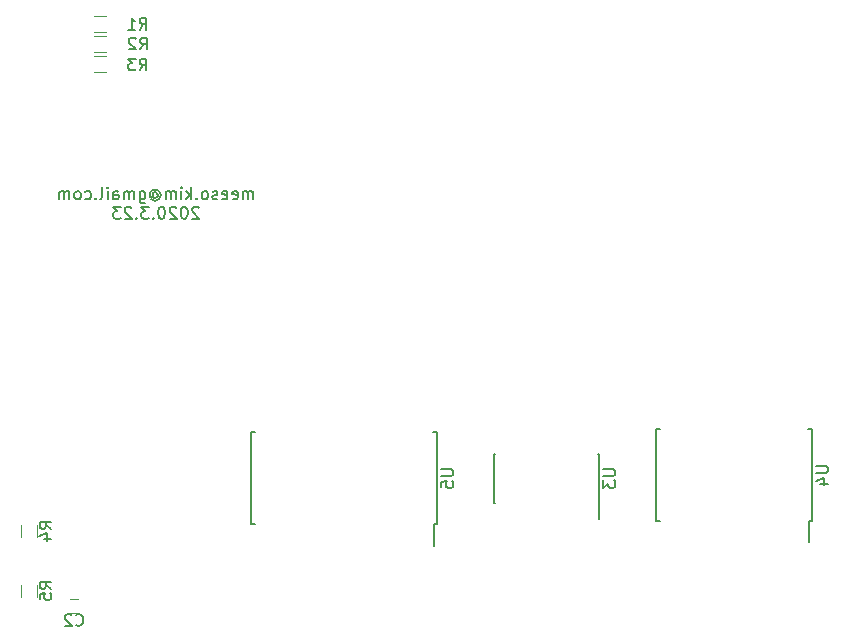
<source format=gbr>
G04 #@! TF.GenerationSoftware,KiCad,Pcbnew,5.1.5+dfsg1-2*
G04 #@! TF.CreationDate,2020-04-06T16:56:46-07:00*
G04 #@! TF.ProjectId,rpmpv1,72706d70-7631-42e6-9b69-6361645f7063,rev?*
G04 #@! TF.SameCoordinates,Original*
G04 #@! TF.FileFunction,Legend,Bot*
G04 #@! TF.FilePolarity,Positive*
%FSLAX46Y46*%
G04 Gerber Fmt 4.6, Leading zero omitted, Abs format (unit mm)*
G04 Created by KiCad (PCBNEW 5.1.5+dfsg1-2) date 2020-04-06 16:56:46*
%MOMM*%
%LPD*%
G04 APERTURE LIST*
%ADD10C,0.150000*%
%ADD11C,0.120000*%
G04 APERTURE END LIST*
D10*
X134520476Y-67177380D02*
X134520476Y-66510714D01*
X134520476Y-66605952D02*
X134472857Y-66558333D01*
X134377619Y-66510714D01*
X134234761Y-66510714D01*
X134139523Y-66558333D01*
X134091904Y-66653571D01*
X134091904Y-67177380D01*
X134091904Y-66653571D02*
X134044285Y-66558333D01*
X133949047Y-66510714D01*
X133806190Y-66510714D01*
X133710952Y-66558333D01*
X133663333Y-66653571D01*
X133663333Y-67177380D01*
X132806190Y-67129761D02*
X132901428Y-67177380D01*
X133091904Y-67177380D01*
X133187142Y-67129761D01*
X133234761Y-67034523D01*
X133234761Y-66653571D01*
X133187142Y-66558333D01*
X133091904Y-66510714D01*
X132901428Y-66510714D01*
X132806190Y-66558333D01*
X132758571Y-66653571D01*
X132758571Y-66748809D01*
X133234761Y-66844047D01*
X131949047Y-67129761D02*
X132044285Y-67177380D01*
X132234761Y-67177380D01*
X132330000Y-67129761D01*
X132377619Y-67034523D01*
X132377619Y-66653571D01*
X132330000Y-66558333D01*
X132234761Y-66510714D01*
X132044285Y-66510714D01*
X131949047Y-66558333D01*
X131901428Y-66653571D01*
X131901428Y-66748809D01*
X132377619Y-66844047D01*
X131520476Y-67129761D02*
X131425238Y-67177380D01*
X131234761Y-67177380D01*
X131139523Y-67129761D01*
X131091904Y-67034523D01*
X131091904Y-66986904D01*
X131139523Y-66891666D01*
X131234761Y-66844047D01*
X131377619Y-66844047D01*
X131472857Y-66796428D01*
X131520476Y-66701190D01*
X131520476Y-66653571D01*
X131472857Y-66558333D01*
X131377619Y-66510714D01*
X131234761Y-66510714D01*
X131139523Y-66558333D01*
X130520476Y-67177380D02*
X130615714Y-67129761D01*
X130663333Y-67082142D01*
X130710952Y-66986904D01*
X130710952Y-66701190D01*
X130663333Y-66605952D01*
X130615714Y-66558333D01*
X130520476Y-66510714D01*
X130377619Y-66510714D01*
X130282380Y-66558333D01*
X130234761Y-66605952D01*
X130187142Y-66701190D01*
X130187142Y-66986904D01*
X130234761Y-67082142D01*
X130282380Y-67129761D01*
X130377619Y-67177380D01*
X130520476Y-67177380D01*
X129758571Y-67082142D02*
X129710952Y-67129761D01*
X129758571Y-67177380D01*
X129806190Y-67129761D01*
X129758571Y-67082142D01*
X129758571Y-67177380D01*
X129282380Y-67177380D02*
X129282380Y-66177380D01*
X129187142Y-66796428D02*
X128901428Y-67177380D01*
X128901428Y-66510714D02*
X129282380Y-66891666D01*
X128472857Y-67177380D02*
X128472857Y-66510714D01*
X128472857Y-66177380D02*
X128520476Y-66225000D01*
X128472857Y-66272619D01*
X128425238Y-66225000D01*
X128472857Y-66177380D01*
X128472857Y-66272619D01*
X127996666Y-67177380D02*
X127996666Y-66510714D01*
X127996666Y-66605952D02*
X127949047Y-66558333D01*
X127853809Y-66510714D01*
X127710952Y-66510714D01*
X127615714Y-66558333D01*
X127568095Y-66653571D01*
X127568095Y-67177380D01*
X127568095Y-66653571D02*
X127520476Y-66558333D01*
X127425238Y-66510714D01*
X127282380Y-66510714D01*
X127187142Y-66558333D01*
X127139523Y-66653571D01*
X127139523Y-67177380D01*
X126044285Y-66701190D02*
X126091904Y-66653571D01*
X126187142Y-66605952D01*
X126282380Y-66605952D01*
X126377619Y-66653571D01*
X126425238Y-66701190D01*
X126472857Y-66796428D01*
X126472857Y-66891666D01*
X126425238Y-66986904D01*
X126377619Y-67034523D01*
X126282380Y-67082142D01*
X126187142Y-67082142D01*
X126091904Y-67034523D01*
X126044285Y-66986904D01*
X126044285Y-66605952D02*
X126044285Y-66986904D01*
X125996666Y-67034523D01*
X125949047Y-67034523D01*
X125853809Y-66986904D01*
X125806190Y-66891666D01*
X125806190Y-66653571D01*
X125901428Y-66510714D01*
X126044285Y-66415476D01*
X126234761Y-66367857D01*
X126425238Y-66415476D01*
X126568095Y-66510714D01*
X126663333Y-66653571D01*
X126710952Y-66844047D01*
X126663333Y-67034523D01*
X126568095Y-67177380D01*
X126425238Y-67272619D01*
X126234761Y-67320238D01*
X126044285Y-67272619D01*
X125901428Y-67177380D01*
X124949047Y-66510714D02*
X124949047Y-67320238D01*
X124996666Y-67415476D01*
X125044285Y-67463095D01*
X125139523Y-67510714D01*
X125282380Y-67510714D01*
X125377619Y-67463095D01*
X124949047Y-67129761D02*
X125044285Y-67177380D01*
X125234761Y-67177380D01*
X125330000Y-67129761D01*
X125377619Y-67082142D01*
X125425238Y-66986904D01*
X125425238Y-66701190D01*
X125377619Y-66605952D01*
X125330000Y-66558333D01*
X125234761Y-66510714D01*
X125044285Y-66510714D01*
X124949047Y-66558333D01*
X124472857Y-67177380D02*
X124472857Y-66510714D01*
X124472857Y-66605952D02*
X124425238Y-66558333D01*
X124330000Y-66510714D01*
X124187142Y-66510714D01*
X124091904Y-66558333D01*
X124044285Y-66653571D01*
X124044285Y-67177380D01*
X124044285Y-66653571D02*
X123996666Y-66558333D01*
X123901428Y-66510714D01*
X123758571Y-66510714D01*
X123663333Y-66558333D01*
X123615714Y-66653571D01*
X123615714Y-67177380D01*
X122710952Y-67177380D02*
X122710952Y-66653571D01*
X122758571Y-66558333D01*
X122853809Y-66510714D01*
X123044285Y-66510714D01*
X123139523Y-66558333D01*
X122710952Y-67129761D02*
X122806190Y-67177380D01*
X123044285Y-67177380D01*
X123139523Y-67129761D01*
X123187142Y-67034523D01*
X123187142Y-66939285D01*
X123139523Y-66844047D01*
X123044285Y-66796428D01*
X122806190Y-66796428D01*
X122710952Y-66748809D01*
X122234761Y-67177380D02*
X122234761Y-66510714D01*
X122234761Y-66177380D02*
X122282380Y-66225000D01*
X122234761Y-66272619D01*
X122187142Y-66225000D01*
X122234761Y-66177380D01*
X122234761Y-66272619D01*
X121615714Y-67177380D02*
X121710952Y-67129761D01*
X121758571Y-67034523D01*
X121758571Y-66177380D01*
X121234761Y-67082142D02*
X121187142Y-67129761D01*
X121234761Y-67177380D01*
X121282380Y-67129761D01*
X121234761Y-67082142D01*
X121234761Y-67177380D01*
X120330000Y-67129761D02*
X120425238Y-67177380D01*
X120615714Y-67177380D01*
X120710952Y-67129761D01*
X120758571Y-67082142D01*
X120806190Y-66986904D01*
X120806190Y-66701190D01*
X120758571Y-66605952D01*
X120710952Y-66558333D01*
X120615714Y-66510714D01*
X120425238Y-66510714D01*
X120330000Y-66558333D01*
X119758571Y-67177380D02*
X119853809Y-67129761D01*
X119901428Y-67082142D01*
X119949047Y-66986904D01*
X119949047Y-66701190D01*
X119901428Y-66605952D01*
X119853809Y-66558333D01*
X119758571Y-66510714D01*
X119615714Y-66510714D01*
X119520476Y-66558333D01*
X119472857Y-66605952D01*
X119425238Y-66701190D01*
X119425238Y-66986904D01*
X119472857Y-67082142D01*
X119520476Y-67129761D01*
X119615714Y-67177380D01*
X119758571Y-67177380D01*
X118996666Y-67177380D02*
X118996666Y-66510714D01*
X118996666Y-66605952D02*
X118949047Y-66558333D01*
X118853809Y-66510714D01*
X118710952Y-66510714D01*
X118615714Y-66558333D01*
X118568095Y-66653571D01*
X118568095Y-67177380D01*
X118568095Y-66653571D02*
X118520476Y-66558333D01*
X118425238Y-66510714D01*
X118282380Y-66510714D01*
X118187142Y-66558333D01*
X118139523Y-66653571D01*
X118139523Y-67177380D01*
X129949047Y-67922619D02*
X129901428Y-67875000D01*
X129806190Y-67827380D01*
X129568095Y-67827380D01*
X129472857Y-67875000D01*
X129425238Y-67922619D01*
X129377619Y-68017857D01*
X129377619Y-68113095D01*
X129425238Y-68255952D01*
X129996666Y-68827380D01*
X129377619Y-68827380D01*
X128758571Y-67827380D02*
X128663333Y-67827380D01*
X128568095Y-67875000D01*
X128520476Y-67922619D01*
X128472857Y-68017857D01*
X128425238Y-68208333D01*
X128425238Y-68446428D01*
X128472857Y-68636904D01*
X128520476Y-68732142D01*
X128568095Y-68779761D01*
X128663333Y-68827380D01*
X128758571Y-68827380D01*
X128853809Y-68779761D01*
X128901428Y-68732142D01*
X128949047Y-68636904D01*
X128996666Y-68446428D01*
X128996666Y-68208333D01*
X128949047Y-68017857D01*
X128901428Y-67922619D01*
X128853809Y-67875000D01*
X128758571Y-67827380D01*
X128044285Y-67922619D02*
X127996666Y-67875000D01*
X127901428Y-67827380D01*
X127663333Y-67827380D01*
X127568095Y-67875000D01*
X127520476Y-67922619D01*
X127472857Y-68017857D01*
X127472857Y-68113095D01*
X127520476Y-68255952D01*
X128091904Y-68827380D01*
X127472857Y-68827380D01*
X126853809Y-67827380D02*
X126758571Y-67827380D01*
X126663333Y-67875000D01*
X126615714Y-67922619D01*
X126568095Y-68017857D01*
X126520476Y-68208333D01*
X126520476Y-68446428D01*
X126568095Y-68636904D01*
X126615714Y-68732142D01*
X126663333Y-68779761D01*
X126758571Y-68827380D01*
X126853809Y-68827380D01*
X126949047Y-68779761D01*
X126996666Y-68732142D01*
X127044285Y-68636904D01*
X127091904Y-68446428D01*
X127091904Y-68208333D01*
X127044285Y-68017857D01*
X126996666Y-67922619D01*
X126949047Y-67875000D01*
X126853809Y-67827380D01*
X126091904Y-68732142D02*
X126044285Y-68779761D01*
X126091904Y-68827380D01*
X126139523Y-68779761D01*
X126091904Y-68732142D01*
X126091904Y-68827380D01*
X125710952Y-67827380D02*
X125091904Y-67827380D01*
X125425238Y-68208333D01*
X125282380Y-68208333D01*
X125187142Y-68255952D01*
X125139523Y-68303571D01*
X125091904Y-68398809D01*
X125091904Y-68636904D01*
X125139523Y-68732142D01*
X125187142Y-68779761D01*
X125282380Y-68827380D01*
X125568095Y-68827380D01*
X125663333Y-68779761D01*
X125710952Y-68732142D01*
X124663333Y-68732142D02*
X124615714Y-68779761D01*
X124663333Y-68827380D01*
X124710952Y-68779761D01*
X124663333Y-68732142D01*
X124663333Y-68827380D01*
X124234761Y-67922619D02*
X124187142Y-67875000D01*
X124091904Y-67827380D01*
X123853809Y-67827380D01*
X123758571Y-67875000D01*
X123710952Y-67922619D01*
X123663333Y-68017857D01*
X123663333Y-68113095D01*
X123710952Y-68255952D01*
X124282380Y-68827380D01*
X123663333Y-68827380D01*
X123330000Y-67827380D02*
X122710952Y-67827380D01*
X123044285Y-68208333D01*
X122901428Y-68208333D01*
X122806190Y-68255952D01*
X122758571Y-68303571D01*
X122710952Y-68398809D01*
X122710952Y-68636904D01*
X122758571Y-68732142D01*
X122806190Y-68779761D01*
X122901428Y-68827380D01*
X123187142Y-68827380D01*
X123282380Y-68779761D01*
X123330000Y-68732142D01*
X150115000Y-94680000D02*
X149840000Y-94680000D01*
X150115000Y-86930000D02*
X149750000Y-86930000D01*
X134365000Y-86930000D02*
X134730000Y-86930000D01*
X134365000Y-94680000D02*
X134730000Y-94680000D01*
X150115000Y-94680000D02*
X150115000Y-86930000D01*
X134365000Y-94680000D02*
X134365000Y-86930000D01*
X149840000Y-94680000D02*
X149840000Y-96505000D01*
D11*
X122102000Y-55073000D02*
X121102000Y-55073000D01*
X121102000Y-56433000D02*
X122102000Y-56433000D01*
X114890000Y-99830000D02*
X114890000Y-100830000D01*
X116250000Y-100830000D02*
X116250000Y-99830000D01*
X122102000Y-51644000D02*
X121102000Y-51644000D01*
X121102000Y-53004000D02*
X122102000Y-53004000D01*
D10*
X163835000Y-92880000D02*
X163810000Y-92880000D01*
X163835000Y-88730000D02*
X163720000Y-88730000D01*
X154935000Y-88730000D02*
X155050000Y-88730000D01*
X154935000Y-92880000D02*
X155050000Y-92880000D01*
X163835000Y-92880000D02*
X163835000Y-88730000D01*
X154935000Y-92880000D02*
X154935000Y-88730000D01*
X163810000Y-92880000D02*
X163810000Y-94255000D01*
D11*
X114890000Y-94750000D02*
X114890000Y-95750000D01*
X116250000Y-95750000D02*
X116250000Y-94750000D01*
X122102000Y-53358500D02*
X121102000Y-53358500D01*
X121102000Y-54718500D02*
X122102000Y-54718500D01*
D10*
X181835000Y-94427000D02*
X181585000Y-94427000D01*
X181835000Y-86677000D02*
X181500000Y-86677000D01*
X168685000Y-86677000D02*
X169020000Y-86677000D01*
X168685000Y-94427000D02*
X169020000Y-94427000D01*
X181835000Y-94427000D02*
X181835000Y-86677000D01*
X168685000Y-94427000D02*
X168685000Y-86677000D01*
X181585000Y-94427000D02*
X181585000Y-96227000D01*
D11*
X119030000Y-102200000D02*
X119730000Y-102200000D01*
X119730000Y-101000000D02*
X119030000Y-101000000D01*
D10*
X150492380Y-90043095D02*
X151301904Y-90043095D01*
X151397142Y-90090714D01*
X151444761Y-90138333D01*
X151492380Y-90233571D01*
X151492380Y-90424047D01*
X151444761Y-90519285D01*
X151397142Y-90566904D01*
X151301904Y-90614523D01*
X150492380Y-90614523D01*
X150492380Y-91566904D02*
X150492380Y-91090714D01*
X150968571Y-91043095D01*
X150920952Y-91090714D01*
X150873333Y-91185952D01*
X150873333Y-91424047D01*
X150920952Y-91519285D01*
X150968571Y-91566904D01*
X151063809Y-91614523D01*
X151301904Y-91614523D01*
X151397142Y-91566904D01*
X151444761Y-91519285D01*
X151492380Y-91424047D01*
X151492380Y-91185952D01*
X151444761Y-91090714D01*
X151397142Y-91043095D01*
X124931466Y-56281580D02*
X125264800Y-55805390D01*
X125502895Y-56281580D02*
X125502895Y-55281580D01*
X125121942Y-55281580D01*
X125026704Y-55329200D01*
X124979085Y-55376819D01*
X124931466Y-55472057D01*
X124931466Y-55614914D01*
X124979085Y-55710152D01*
X125026704Y-55757771D01*
X125121942Y-55805390D01*
X125502895Y-55805390D01*
X124598133Y-55281580D02*
X123979085Y-55281580D01*
X124312419Y-55662533D01*
X124169561Y-55662533D01*
X124074323Y-55710152D01*
X124026704Y-55757771D01*
X123979085Y-55853009D01*
X123979085Y-56091104D01*
X124026704Y-56186342D01*
X124074323Y-56233961D01*
X124169561Y-56281580D01*
X124455276Y-56281580D01*
X124550514Y-56233961D01*
X124598133Y-56186342D01*
X117472380Y-100163333D02*
X116996190Y-99830000D01*
X117472380Y-99591904D02*
X116472380Y-99591904D01*
X116472380Y-99972857D01*
X116520000Y-100068095D01*
X116567619Y-100115714D01*
X116662857Y-100163333D01*
X116805714Y-100163333D01*
X116900952Y-100115714D01*
X116948571Y-100068095D01*
X116996190Y-99972857D01*
X116996190Y-99591904D01*
X116472380Y-101068095D02*
X116472380Y-100591904D01*
X116948571Y-100544285D01*
X116900952Y-100591904D01*
X116853333Y-100687142D01*
X116853333Y-100925238D01*
X116900952Y-101020476D01*
X116948571Y-101068095D01*
X117043809Y-101115714D01*
X117281904Y-101115714D01*
X117377142Y-101068095D01*
X117424761Y-101020476D01*
X117472380Y-100925238D01*
X117472380Y-100687142D01*
X117424761Y-100591904D01*
X117377142Y-100544285D01*
X124931466Y-52827180D02*
X125264800Y-52350990D01*
X125502895Y-52827180D02*
X125502895Y-51827180D01*
X125121942Y-51827180D01*
X125026704Y-51874800D01*
X124979085Y-51922419D01*
X124931466Y-52017657D01*
X124931466Y-52160514D01*
X124979085Y-52255752D01*
X125026704Y-52303371D01*
X125121942Y-52350990D01*
X125502895Y-52350990D01*
X123979085Y-52827180D02*
X124550514Y-52827180D01*
X124264800Y-52827180D02*
X124264800Y-51827180D01*
X124360038Y-51970038D01*
X124455276Y-52065276D01*
X124550514Y-52112895D01*
X164212380Y-90043095D02*
X165021904Y-90043095D01*
X165117142Y-90090714D01*
X165164761Y-90138333D01*
X165212380Y-90233571D01*
X165212380Y-90424047D01*
X165164761Y-90519285D01*
X165117142Y-90566904D01*
X165021904Y-90614523D01*
X164212380Y-90614523D01*
X164212380Y-90995476D02*
X164212380Y-91614523D01*
X164593333Y-91281190D01*
X164593333Y-91424047D01*
X164640952Y-91519285D01*
X164688571Y-91566904D01*
X164783809Y-91614523D01*
X165021904Y-91614523D01*
X165117142Y-91566904D01*
X165164761Y-91519285D01*
X165212380Y-91424047D01*
X165212380Y-91138333D01*
X165164761Y-91043095D01*
X165117142Y-90995476D01*
X117472380Y-95083333D02*
X116996190Y-94750000D01*
X117472380Y-94511904D02*
X116472380Y-94511904D01*
X116472380Y-94892857D01*
X116520000Y-94988095D01*
X116567619Y-95035714D01*
X116662857Y-95083333D01*
X116805714Y-95083333D01*
X116900952Y-95035714D01*
X116948571Y-94988095D01*
X116996190Y-94892857D01*
X116996190Y-94511904D01*
X116805714Y-95940476D02*
X117472380Y-95940476D01*
X116424761Y-95702380D02*
X117139047Y-95464285D01*
X117139047Y-96083333D01*
X124982266Y-54503580D02*
X125315600Y-54027390D01*
X125553695Y-54503580D02*
X125553695Y-53503580D01*
X125172742Y-53503580D01*
X125077504Y-53551200D01*
X125029885Y-53598819D01*
X124982266Y-53694057D01*
X124982266Y-53836914D01*
X125029885Y-53932152D01*
X125077504Y-53979771D01*
X125172742Y-54027390D01*
X125553695Y-54027390D01*
X124601314Y-53598819D02*
X124553695Y-53551200D01*
X124458457Y-53503580D01*
X124220361Y-53503580D01*
X124125123Y-53551200D01*
X124077504Y-53598819D01*
X124029885Y-53694057D01*
X124029885Y-53789295D01*
X124077504Y-53932152D01*
X124648933Y-54503580D01*
X124029885Y-54503580D01*
X182212380Y-89790095D02*
X183021904Y-89790095D01*
X183117142Y-89837714D01*
X183164761Y-89885333D01*
X183212380Y-89980571D01*
X183212380Y-90171047D01*
X183164761Y-90266285D01*
X183117142Y-90313904D01*
X183021904Y-90361523D01*
X182212380Y-90361523D01*
X182545714Y-91266285D02*
X183212380Y-91266285D01*
X182164761Y-91028190D02*
X182879047Y-90790095D01*
X182879047Y-91409142D01*
X119546666Y-103207142D02*
X119594285Y-103254761D01*
X119737142Y-103302380D01*
X119832380Y-103302380D01*
X119975238Y-103254761D01*
X120070476Y-103159523D01*
X120118095Y-103064285D01*
X120165714Y-102873809D01*
X120165714Y-102730952D01*
X120118095Y-102540476D01*
X120070476Y-102445238D01*
X119975238Y-102350000D01*
X119832380Y-102302380D01*
X119737142Y-102302380D01*
X119594285Y-102350000D01*
X119546666Y-102397619D01*
X119165714Y-102397619D02*
X119118095Y-102350000D01*
X119022857Y-102302380D01*
X118784761Y-102302380D01*
X118689523Y-102350000D01*
X118641904Y-102397619D01*
X118594285Y-102492857D01*
X118594285Y-102588095D01*
X118641904Y-102730952D01*
X119213333Y-103302380D01*
X118594285Y-103302380D01*
M02*

</source>
